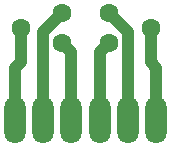
<source format=gbr>
%TF.GenerationSoftware,KiCad,Pcbnew,(5.0.1)-3*%
%TF.CreationDate,2018-12-01T22:01:47+01:00*%
%TF.ProjectId,SlimMPX,536C696D4D50582E6B696361645F7063,rev?*%
%TF.SameCoordinates,Original*%
%TF.FileFunction,Copper,L2,Bot,Signal*%
%TF.FilePolarity,Positive*%
%FSLAX46Y46*%
G04 Gerber Fmt 4.6, Leading zero omitted, Abs format (unit mm)*
G04 Created by KiCad (PCBNEW (5.0.1)-3) date 01/12/2018 22:01:47*
%MOMM*%
%LPD*%
G01*
G04 APERTURE LIST*
%ADD10O,1.800000X4.000000*%
%ADD11C,1.600000*%
%ADD12C,1.000000*%
G04 APERTURE END LIST*
D10*
X106800000Y-111300000D03*
X109200000Y-111300000D03*
X104400000Y-111300000D03*
X102000000Y-111300000D03*
X111600000Y-111300000D03*
X114000000Y-111300000D03*
D11*
X113500000Y-103500000D03*
X106000000Y-102250000D03*
X110000000Y-102250000D03*
X102500000Y-103500000D03*
X110000000Y-104750000D03*
X106000000Y-104750000D03*
D12*
X111600000Y-103850000D02*
X110000000Y-102250000D01*
X109200000Y-105550000D02*
X110000000Y-104750000D01*
X109200000Y-111750000D02*
X109200000Y-105550000D01*
X104400000Y-103850000D02*
X106000000Y-102250000D01*
X104400000Y-111750000D02*
X104400000Y-103850000D01*
X106800000Y-105550000D02*
X106000000Y-104750000D01*
X106800000Y-111750000D02*
X106800000Y-105550000D01*
X102000000Y-111750000D02*
X102000000Y-106900000D01*
X102000000Y-106900000D02*
X102500000Y-106400000D01*
X102500000Y-106400000D02*
X102500000Y-103500000D01*
X114000000Y-106900000D02*
X114000000Y-111750000D01*
X113500000Y-106400000D02*
X114000000Y-106900000D01*
X113500000Y-103500000D02*
X113500000Y-106400000D01*
X111600000Y-103850000D02*
X111600000Y-111750000D01*
M02*

</source>
